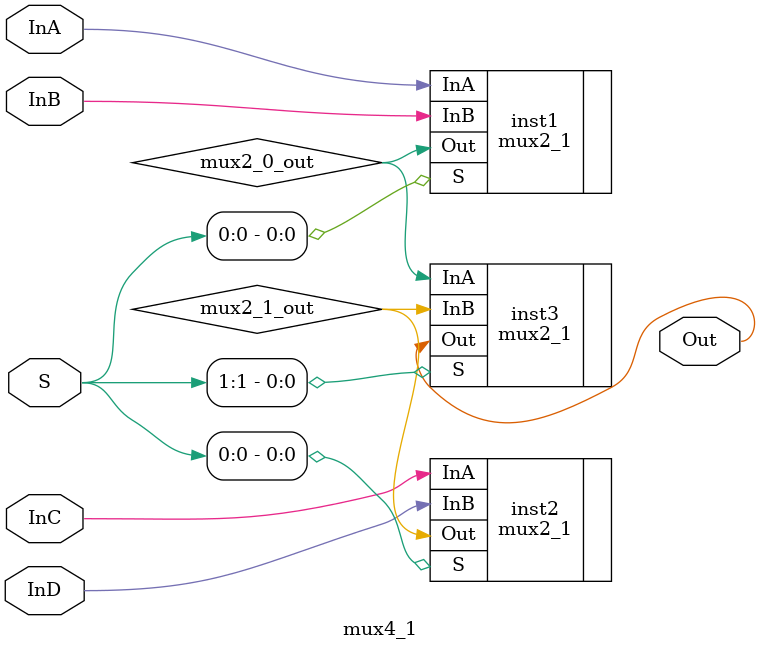
<source format=v>
/* $Author: Giang Nguyen $ */
// CS/ECE 552
// 1/28/17

module mux4_1 (InA, InB, InC, InD, S, Out);

	input InA, InB, InC, InD;
	input [1:0] S;
	output Out;

	wire mux2_0_out, mux2_1_out;

	mux2_1 inst1(.InA(InA), .InB(InB), .S(S[0]), .Out(mux2_0_out));
	mux2_1 inst2(.InA(InC), .InB(InD), .S(S[0]), .Out(mux2_1_out));
	mux2_1 inst3(.InA(mux2_0_out), .InB(mux2_1_out), .S(S[1]), .Out(Out));

endmodule

</source>
